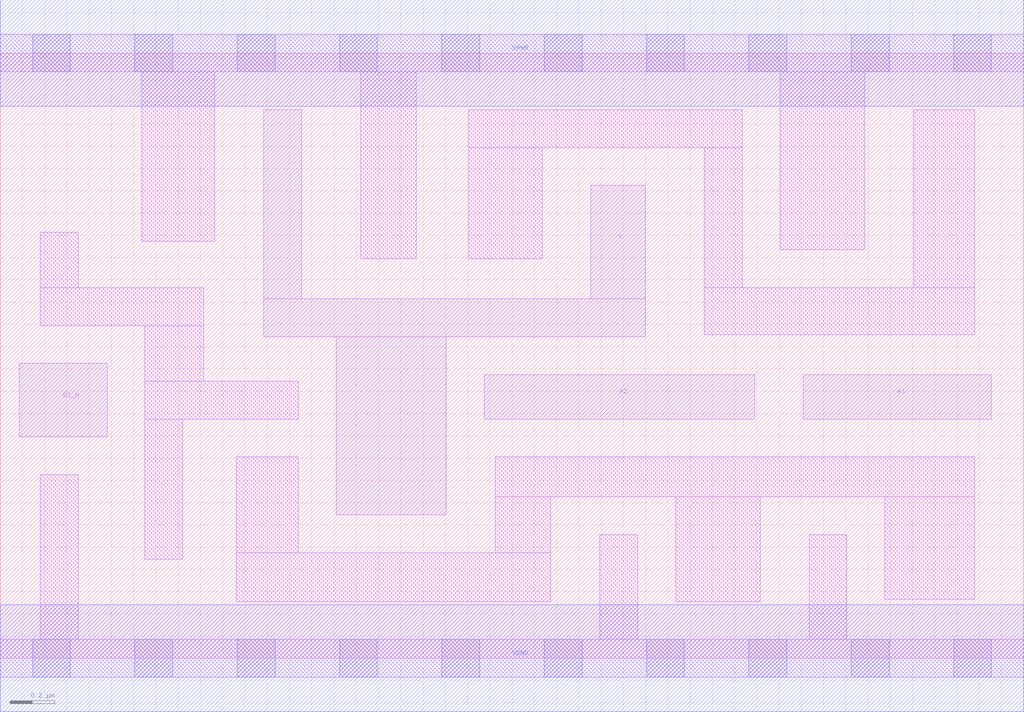
<source format=lef>
# Copyright 2020 The SkyWater PDK Authors
#
# Licensed under the Apache License, Version 2.0 (the "License");
# you may not use this file except in compliance with the License.
# You may obtain a copy of the License at
#
#     https://www.apache.org/licenses/LICENSE-2.0
#
# Unless required by applicable law or agreed to in writing, software
# distributed under the License is distributed on an "AS IS" BASIS,
# WITHOUT WARRANTIES OR CONDITIONS OF ANY KIND, either express or implied.
# See the License for the specific language governing permissions and
# limitations under the License.
#
# SPDX-License-Identifier: Apache-2.0

VERSION 5.7 ;
BUSBITCHARS "[]" ;
DIVIDERCHAR "/" ;
PROPERTYDEFINITIONS
  MACRO maskLayoutSubType STRING ;
  MACRO prCellType STRING ;
  MACRO originalViewName STRING ;
END PROPERTYDEFINITIONS
MACRO sky130_fd_sc_hdll__o21bai_2
  ORIGIN  0.000000  0.000000 ;
  CLASS CORE ;
  SYMMETRY X Y R90 ;
  SIZE  4.600000 BY  2.720000 ;
  SITE unithd ;
  PIN A1
    ANTENNAGATEAREA  0.555000 ;
    DIRECTION INPUT ;
    USE SIGNAL ;
    PORT
      LAYER li1 ;
        RECT 3.610000 1.075000 4.455000 1.275000 ;
    END
  END A1
  PIN A2
    ANTENNAGATEAREA  0.555000 ;
    DIRECTION INPUT ;
    USE SIGNAL ;
    PORT
      LAYER li1 ;
        RECT 2.175000 1.075000 3.390000 1.275000 ;
    END
  END A2
  PIN B1_N
    ANTENNAGATEAREA  0.138600 ;
    DIRECTION INPUT ;
    USE SIGNAL ;
    PORT
      LAYER li1 ;
        RECT 0.085000 0.995000 0.480000 1.325000 ;
    END
  END B1_N
  PIN VGND
    DIRECTION INOUT ;
    USE SIGNAL ;
    PORT
      LAYER met1 ;
        RECT 0.000000 -0.240000 4.600000 0.240000 ;
    END
  END VGND
  PIN VPWR
    DIRECTION INOUT ;
    USE SIGNAL ;
    PORT
      LAYER met1 ;
        RECT 0.000000 2.480000 4.600000 2.960000 ;
    END
  END VPWR
  PIN Y
    ANTENNADIFFAREA  0.788000 ;
    DIRECTION OUTPUT ;
    USE SIGNAL ;
    PORT
      LAYER li1 ;
        RECT 1.185000 1.445000 2.900000 1.615000 ;
        RECT 1.185000 1.615000 1.355000 2.465000 ;
        RECT 1.510000 0.645000 2.005000 1.445000 ;
        RECT 2.655000 1.615000 2.900000 2.125000 ;
    END
  END Y
  OBS
    LAYER li1 ;
      RECT 0.000000 -0.085000 4.600000 0.085000 ;
      RECT 0.000000  2.635000 4.600000 2.805000 ;
      RECT 0.180000  0.085000 0.350000 0.825000 ;
      RECT 0.180000  1.495000 0.915000 1.665000 ;
      RECT 0.180000  1.665000 0.350000 1.915000 ;
      RECT 0.635000  1.875000 0.965000 2.635000 ;
      RECT 0.650000  0.445000 0.820000 1.075000 ;
      RECT 0.650000  1.075000 1.340000 1.245000 ;
      RECT 0.650000  1.245000 0.915000 1.495000 ;
      RECT 1.060000  0.255000 2.475000 0.475000 ;
      RECT 1.060000  0.475000 1.340000 0.905000 ;
      RECT 1.620000  1.795000 1.870000 2.635000 ;
      RECT 2.105000  1.795000 2.435000 2.295000 ;
      RECT 2.105000  2.295000 3.335000 2.465000 ;
      RECT 2.225000  0.475000 2.475000 0.725000 ;
      RECT 2.225000  0.725000 4.380000 0.905000 ;
      RECT 2.695000  0.085000 2.865000 0.555000 ;
      RECT 3.035000  0.255000 3.415000 0.725000 ;
      RECT 3.165000  1.455000 4.380000 1.665000 ;
      RECT 3.165000  1.665000 3.335000 2.295000 ;
      RECT 3.505000  1.835000 3.885000 2.635000 ;
      RECT 3.635000  0.085000 3.805000 0.555000 ;
      RECT 3.975000  0.265000 4.380000 0.725000 ;
      RECT 4.105000  1.665000 4.380000 2.465000 ;
    LAYER mcon ;
      RECT 0.145000 -0.085000 0.315000 0.085000 ;
      RECT 0.145000  2.635000 0.315000 2.805000 ;
      RECT 0.605000 -0.085000 0.775000 0.085000 ;
      RECT 0.605000  2.635000 0.775000 2.805000 ;
      RECT 1.065000 -0.085000 1.235000 0.085000 ;
      RECT 1.065000  2.635000 1.235000 2.805000 ;
      RECT 1.525000 -0.085000 1.695000 0.085000 ;
      RECT 1.525000  2.635000 1.695000 2.805000 ;
      RECT 1.985000 -0.085000 2.155000 0.085000 ;
      RECT 1.985000  2.635000 2.155000 2.805000 ;
      RECT 2.445000 -0.085000 2.615000 0.085000 ;
      RECT 2.445000  2.635000 2.615000 2.805000 ;
      RECT 2.905000 -0.085000 3.075000 0.085000 ;
      RECT 2.905000  2.635000 3.075000 2.805000 ;
      RECT 3.365000 -0.085000 3.535000 0.085000 ;
      RECT 3.365000  2.635000 3.535000 2.805000 ;
      RECT 3.825000 -0.085000 3.995000 0.085000 ;
      RECT 3.825000  2.635000 3.995000 2.805000 ;
      RECT 4.285000 -0.085000 4.455000 0.085000 ;
      RECT 4.285000  2.635000 4.455000 2.805000 ;
  END
  PROPERTY maskLayoutSubType "abstract" ;
  PROPERTY prCellType "standard" ;
  PROPERTY originalViewName "layout" ;
END sky130_fd_sc_hdll__o21bai_2

</source>
